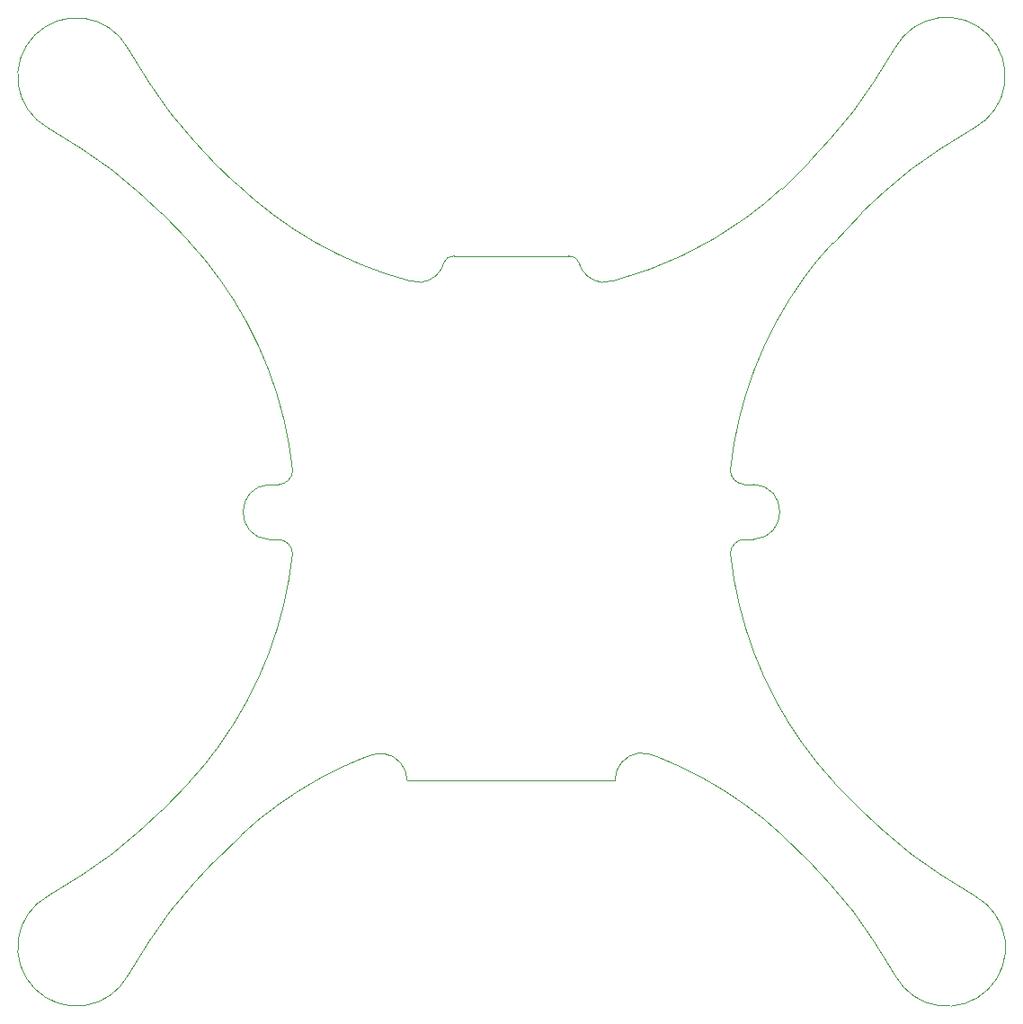
<source format=gko>
G04 Layer_Color=16711935*
%FSLAX25Y25*%
%MOIN*%
G70*
G01*
G75*
%ADD135C,0.00394*%
%ADD136C,0.00197*%
D135*
X327316Y13045D02*
G03*
X356932Y42557I19086J10463D01*
G01*
X271317Y174874D02*
G03*
X266130Y169768I152J-5342D01*
G01*
X266091Y200398D02*
G03*
X271244Y195282I5350J236D01*
G01*
X274655Y174887D02*
G03*
X274576Y195282I-419J10196D01*
G01*
X95314Y195203D02*
G03*
X95235Y174808I340J-10199D01*
G01*
X98646Y195203D02*
G03*
X103799Y200319I-197J5352D01*
G01*
X103760Y169689D02*
G03*
X98572Y174795I-5339J-236D01*
G01*
X151559Y270161D02*
G03*
X160038Y277691I-1381J10095D01*
G01*
X163685Y279965D02*
G03*
X161326Y279348I-118J-4370D01*
G01*
X161318Y279362D02*
G03*
X160066Y277678I3312J-3768D01*
G01*
X146716Y270842D02*
G03*
X151559Y270161I4783J16468D01*
G01*
X218331D02*
G03*
X223174Y270842I60J17149D01*
G01*
X209852Y277691D02*
G03*
X218331Y270161I9860J2565D01*
G01*
X208564Y279348D02*
G03*
X206205Y279965I-2241J-3754D01*
G01*
X209823Y277678D02*
G03*
X208572Y279362I-4564J-2083D01*
G01*
X239276Y94177D02*
G03*
X232233Y95663I-6983J-15663D01*
G01*
X232154Y95663D02*
G03*
X223347Y85558I1381J-10095D01*
G01*
X146267Y85401D02*
G03*
X137460Y95506I-10189J10D01*
G01*
X137460Y95506D02*
G03*
X130458Y94038I-60J-17149D01*
G01*
X13144Y42672D02*
G03*
X42655Y13057I10463J-19086D01*
G01*
X356746Y327572D02*
G03*
X327235Y357188I-10463J19086D01*
G01*
X42692Y356963D02*
G03*
X13076Y327451I-19086J-10463D01*
G01*
X266126Y169767D02*
G03*
X293408Y98400I147047J15315D01*
G01*
X293296Y271684D02*
G03*
X266069Y200271I119877J-86601D01*
G01*
X103820Y200193D02*
G03*
X76593Y271605I-147104J-15189D01*
G01*
X76655Y98562D02*
G03*
X103764Y169689I-119938J86442D01*
G01*
X271441Y76579D02*
G03*
X239352Y94131I-86417J-119882D01*
G01*
X285225Y65279D02*
G03*
X271441Y76578I-84493J-89015D01*
G01*
X130139Y93925D02*
G03*
X98527Y76539I54884J-137228D01*
G01*
X319465Y25700D02*
G03*
X303019Y47155I-122669J-76995D01*
G01*
X303019Y47155D02*
G03*
X295604Y55191I-106224J-90576D01*
G01*
X327316Y13045D02*
G03*
X319465Y25699I-130520J-72215D01*
G01*
X344329Y50405D02*
G03*
X356982Y42554I84868J122670D01*
G01*
X322872Y66851D02*
G03*
X344328Y50405I98450J106224D01*
G01*
X314836Y74266D02*
G03*
X322872Y66851I98613J98809D01*
G01*
X293449Y98429D02*
G03*
X304749Y84645I100315J70709D01*
G01*
X98527Y76539D02*
G03*
X84743Y65240I70709J-100315D01*
G01*
X74364Y55152D02*
G03*
X66949Y47116I98809J-98613D01*
G01*
X66949Y47116D02*
G03*
X50504Y25660I106224J-98450D01*
G01*
X50503Y25659D02*
G03*
X42653Y13006I122670J-84868D01*
G01*
X13144Y42673D02*
G03*
X25797Y50523I-72215J130520D01*
G01*
X65377Y84763D02*
G03*
X76677Y98547I-89015J84493D01*
G01*
X47254Y66969D02*
G03*
X55290Y74384I-90576J106224D01*
G01*
X25798Y50524D02*
G03*
X47254Y66969I-76995J122669D01*
G01*
X271363Y293705D02*
G03*
X285147Y305004I-70709J100315D01*
G01*
X295526Y315092D02*
G03*
X302941Y323128I-98809J98613D01*
G01*
X302941Y323128D02*
G03*
X319386Y344584I-106224J98450D01*
G01*
X319387Y344585D02*
G03*
X327237Y357238I-122670J84868D01*
G01*
X356746Y327572D02*
G03*
X344093Y319721I72215J-130520D01*
G01*
X304119Y284840D02*
G03*
X292609Y270798I90675J-86069D01*
G01*
X322636Y303275D02*
G03*
X314600Y295860I90576J-106224D01*
G01*
X344092Y319721D02*
G03*
X322636Y303275I76995J-122669D01*
G01*
X82752Y306994D02*
G03*
X146716Y270842I102217J106189D01*
G01*
X50543Y344308D02*
G03*
X66989Y322853I122669J76995D01*
G01*
X66989Y322853D02*
G03*
X74404Y314817I106224J90576D01*
G01*
X42692Y356962D02*
G03*
X50542Y344309I130520J72215D01*
G01*
X25679Y319603D02*
G03*
X13026Y327453I-84868J-122670D01*
G01*
X47136Y303157D02*
G03*
X25680Y319602I-98450J-106224D01*
G01*
X55172Y295742D02*
G03*
X47136Y303157I-98613J-98809D01*
G01*
X76559Y271579D02*
G03*
X65259Y285363I-100315J-70709D01*
G01*
X223174Y270842D02*
G03*
X271355Y293714I-38150J142548D01*
G01*
X271244Y195280D02*
X274576D01*
X271317Y174874D02*
X274655Y174886D01*
X95235Y174807D02*
X98572Y174795D01*
X95314Y195201D02*
X98646D01*
X163685Y279965D02*
X184984D01*
X184906D02*
X206205D01*
X285226Y65278D02*
X295604Y55191D01*
X146267Y85401D02*
X223347D01*
X304749Y84644D02*
X314837Y74265D01*
X74364Y55152D02*
X84742Y65239D01*
X55289Y74384D02*
X65377Y84762D01*
X304175Y284890D02*
X314600Y295860D01*
X285147Y305005D02*
X295526Y315092D01*
X55171Y295742D02*
X65259Y285364D01*
X74404Y314817D02*
X82752Y306994D01*
X129764Y93779D02*
X130591Y94095D01*
D136*
X129862Y93779D02*
G03*
X129665Y93779I-98J0D01*
G01*
D02*
G03*
X129862Y93779I98J0D01*
G01*
M02*

</source>
